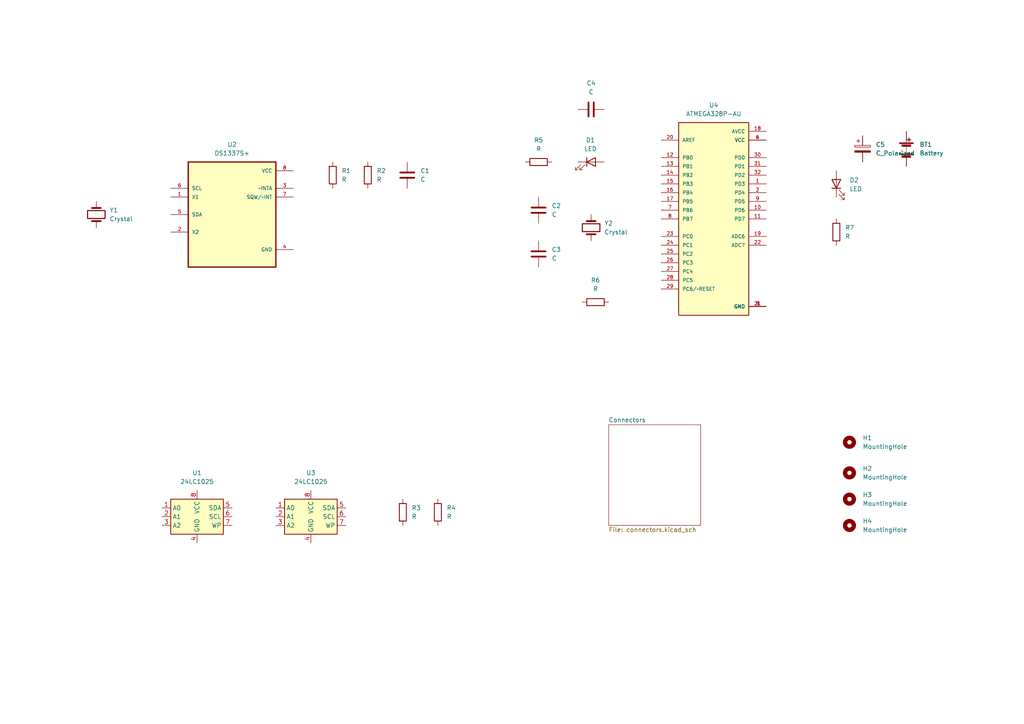
<source format=kicad_sch>
(kicad_sch (version 20210621) (generator eeschema)
  (paper "A4")
  (title_block (title "${project_name}") (date "2021-07-21") (rev "1"))
  (lib_symbols
    (symbol "ATMEGA328P-AU:ATMEGA328P-AU" (pin_names (offset 1.016))
      (property "Reference" "U" (at -10.1854 29.2608 0))
      (property "Value" "ATMEGA328P-AU" (at -10.16 -31.7754 0))
      (symbol "ATMEGA328P-AU_0_0"
        (rectangle (start -10.16 -27.94) (end 10.16 27.94) (stroke (width 0.254)) (fill (type background)))
        (pin bidirectional line (at 15.24 10.16 180) (length 5.08) (name "PD3") (number "1"))
        (pin bidirectional line (at 15.24 2.54 180) (length 5.08) (name "PD6") (number "10"))
        (pin bidirectional line (at 15.24 0 180) (length 5.08) (name "PD7") (number "11"))
        (pin bidirectional line (at -15.24 17.78 0) (length 5.08) (name "PB0") (number "12"))
        (pin bidirectional line (at -15.24 15.24 0) (length 5.08) (name "PB1") (number "13"))
        (pin bidirectional line (at -15.24 12.7 0) (length 5.08) (name "PB2") (number "14"))
        (pin bidirectional line (at -15.24 10.16 0) (length 5.08) (name "PB3") (number "15"))
        (pin bidirectional line (at -15.24 7.62 0) (length 5.08) (name "PB4") (number "16"))
        (pin bidirectional line (at -15.24 5.08 0) (length 5.08) (name "PB5") (number "17"))
        (pin power_in line (at 15.24 25.4 180) (length 5.08) (name "AVCC") (number "18"))
        (pin bidirectional line (at 15.24 -5.08 180) (length 5.08) (name "ADC6") (number "19"))
        (pin bidirectional line (at 15.24 7.62 180) (length 5.08) (name "PD4") (number "2"))
        (pin input line (at -15.24 22.86 0) (length 5.08) (name "AREF") (number "20"))
        (pin power_in line (at 15.24 -25.4 180) (length 5.08) (name "GND") (number "21"))
        (pin bidirectional line (at 15.24 -7.62 180) (length 5.08) (name "ADC7") (number "22"))
        (pin bidirectional line (at -15.24 -5.08 0) (length 5.08) (name "PC0") (number "23"))
        (pin bidirectional line (at -15.24 -7.62 0) (length 5.08) (name "PC1") (number "24"))
        (pin bidirectional line (at -15.24 -10.16 0) (length 5.08) (name "PC2") (number "25"))
        (pin bidirectional line (at -15.24 -12.7 0) (length 5.08) (name "PC3") (number "26"))
        (pin bidirectional line (at -15.24 -15.24 0) (length 5.08) (name "PC4") (number "27"))
        (pin bidirectional line (at -15.24 -17.78 0) (length 5.08) (name "PC5") (number "28"))
        (pin bidirectional line (at -15.24 -20.32 0) (length 5.08) (name "PC6/~RESET") (number "29"))
        (pin power_in line (at 15.24 -25.4 180) (length 5.08) (name "GND") (number "3"))
        (pin bidirectional line (at 15.24 17.78 180) (length 5.08) (name "PD0") (number "30"))
        (pin bidirectional line (at 15.24 15.24 180) (length 5.08) (name "PD1") (number "31"))
        (pin bidirectional line (at 15.24 12.7 180) (length 5.08) (name "PD2") (number "32"))
        (pin power_in line (at 15.24 22.86 180) (length 5.08) (name "VCC") (number "4"))
        (pin power_in line (at 15.24 -25.4 180) (length 5.08) (name "GND") (number "5"))
        (pin power_in line (at 15.24 22.86 180) (length 5.08) (name "VCC") (number "6"))
        (pin bidirectional line (at -15.24 2.54 0) (length 5.08) (name "PB6") (number "7"))
        (pin bidirectional line (at -15.24 0 0) (length 5.08) (name "PB7") (number "8"))
        (pin bidirectional line (at 15.24 5.08 180) (length 5.08) (name "PD5") (number "9"))
      )
    )
    (symbol "DS1337S_:DS1337S+" (pin_names (offset 1.016))
      (property "Reference" "U" (at -12.7 16.2306 0))
      (property "Value" "DS1337S+" (at -12.7 -19.2278 0))
      (symbol "DS1337S+_0_0"
        (rectangle (start -12.7 -15.24) (end 12.7 15.24) (stroke (width 0.4064)) (fill (type background)))
        (pin input line (at -17.78 5.08 0) (length 5.08) (name "X1") (number "1"))
        (pin bidirectional line (at -17.78 -5.08 0) (length 5.08) (name "X2") (number "2"))
        (pin output line (at 17.78 7.62 180) (length 5.08) (name "~INTA") (number "3"))
        (pin power_in line (at 17.78 -10.16 180) (length 5.08) (name "GND") (number "4"))
        (pin bidirectional line (at -17.78 0 0) (length 5.08) (name "SDA") (number "5"))
        (pin input line (at -17.78 7.62 0) (length 5.08) (name "SCL") (number "6"))
        (pin output line (at 17.78 5.08 180) (length 5.08) (name "SQW/~INT") (number "7"))
        (pin power_in line (at 17.78 12.7 180) (length 5.08) (name "VCC") (number "8"))
      )
    )
    (symbol "Device:Battery" (pin_numbers hide) (pin_names (offset 0) hide)
      (property "Reference" "BT" (at 2.54 2.54 0))
      (property "Value" "Battery" (at 2.54 0 0))
      (symbol "Battery_0_1"
        (rectangle (start -2.032 -1.397) (end 2.032 -1.651) (fill (type outline)))
        (rectangle (start -2.032 1.778) (end 2.032 1.524) (fill (type outline)))
        (rectangle (start -1.3208 -1.9812) (end 1.27 -2.4892) (fill (type outline)))
        (rectangle (start -1.3208 1.1938) (end 1.27 0.6858) (fill (type outline)))
        (polyline (pts (xy 0 -1.524) (xy 0 -1.27)))
        (polyline (pts (xy 0 -1.016) (xy 0 -0.762)))
        (polyline (pts (xy 0 -0.508) (xy 0 -0.254)))
        (polyline (pts (xy 0 0) (xy 0 0.254)))
        (polyline (pts (xy 0 0.508) (xy 0 0.762)))
        (polyline (pts (xy 0 1.778) (xy 0 2.54)))
        (polyline (pts (xy 0.254 2.667) (xy 1.27 2.667)) (stroke (width 0.254)))
        (polyline (pts (xy 0.762 3.175) (xy 0.762 2.159)) (stroke (width 0.254)))
      )
      (symbol "Battery_1_1"
        (pin passive line (at 0 5.08 270) (length 2.54) (name "+") (number "1"))
        (pin passive line (at 0 -5.08 90) (length 2.54) (name "-") (number "2"))
      )
    )
    (symbol "Device:C" (pin_numbers hide) (pin_names (offset 0.254))
      (property "Reference" "C" (at 0.635 2.54 0))
      (property "Value" "C" (at 0.635 -2.54 0))
      (symbol "C_0_1"
        (polyline (pts (xy -2.032 -0.762) (xy 2.032 -0.762)) (stroke (width 0.508)))
        (polyline (pts (xy -2.032 0.762) (xy 2.032 0.762)) (stroke (width 0.508)))
      )
      (symbol "C_1_1"
        (pin passive line (at 0 3.81 270) (length 2.794) (name "~") (number "1"))
        (pin passive line (at 0 -3.81 90) (length 2.794) (name "~") (number "2"))
      )
    )
    (symbol "Device:C_Polarized" (pin_numbers hide) (pin_names (offset 0.254))
      (property "Reference" "C" (at 0.635 2.54 0))
      (property "Value" "C_Polarized" (at 0.635 -2.54 0))
      (symbol "C_Polarized_0_1"
        (rectangle (start -2.286 0.508) (end 2.286 1.016))
        (rectangle (start 2.286 -0.508) (end -2.286 -1.016) (fill (type outline)))
        (polyline (pts (xy -1.778 2.286) (xy -0.762 2.286)))
        (polyline (pts (xy -1.27 2.794) (xy -1.27 1.778)))
      )
      (symbol "C_Polarized_1_1"
        (pin passive line (at 0 3.81 270) (length 2.794) (name "~") (number "1"))
        (pin passive line (at 0 -3.81 90) (length 2.794) (name "~") (number "2"))
      )
    )
    (symbol "Device:Crystal" (pin_numbers hide) (pin_names (offset 1.016) hide)
      (property "Reference" "Y" (at 0 3.81 0))
      (property "Value" "Crystal" (at 0 -3.81 0))
      (symbol "Crystal_0_1"
        (rectangle (start -1.143 2.54) (end 1.143 -2.54) (stroke (width 0.3048)))
        (polyline (pts (xy -2.54 0) (xy -1.905 0)))
        (polyline (pts (xy -1.905 -1.27) (xy -1.905 1.27)) (stroke (width 0.508)))
        (polyline (pts (xy 1.905 -1.27) (xy 1.905 1.27)) (stroke (width 0.508)))
        (polyline (pts (xy 2.54 0) (xy 1.905 0)))
      )
      (symbol "Crystal_1_1"
        (pin passive line (at -3.81 0 0) (length 1.27) (name "1") (number "1"))
        (pin passive line (at 3.81 0 180) (length 1.27) (name "2") (number "2"))
      )
    )
    (symbol "Device:LED" (pin_numbers hide) (pin_names (offset 1.016) hide)
      (property "Reference" "D" (at 0 2.54 0))
      (property "Value" "LED" (at 0 -2.54 0))
      (symbol "LED_0_1"
        (polyline (pts (xy -1.27 -1.27) (xy -1.27 1.27)) (stroke (width 0.254)))
        (polyline (pts (xy -1.27 0) (xy 1.27 0)))
        (polyline (pts (xy 1.27 -1.27) (xy 1.27 1.27) (xy -1.27 0) (xy 1.27 -1.27)) (stroke (width 0.254)))
        (polyline (pts (xy -3.048 -0.762) (xy -4.572 -2.286) (xy -3.81 -2.286) (xy -4.572 -2.286) (xy -4.572 -1.524)))
        (polyline (pts (xy -1.778 -0.762) (xy -3.302 -2.286) (xy -2.54 -2.286) (xy -3.302 -2.286) (xy -3.302 -1.524)))
      )
      (symbol "LED_1_1"
        (pin passive line (at -3.81 0 0) (length 2.54) (name "K") (number "1"))
        (pin passive line (at 3.81 0 180) (length 2.54) (name "A") (number "2"))
      )
    )
    (symbol "Device:R" (pin_numbers hide) (pin_names (offset 0))
      (property "Reference" "R" (at 2.032 0 90))
      (property "Value" "R" (at 0 0 90))
      (symbol "R_0_1"
        (rectangle (start -1.016 -2.54) (end 1.016 2.54) (stroke (width 0.254)))
      )
      (symbol "R_1_1"
        (pin passive line (at 0 3.81 270) (length 1.27) (name "~") (number "1"))
        (pin passive line (at 0 -3.81 90) (length 1.27) (name "~") (number "2"))
      )
    )
    (symbol "Mechanical:MountingHole" (pin_names (offset 1.016))
      (property "Reference" "H" (at 0 5.08 0))
      (property "Value" "MountingHole" (at 0 3.175 0))
      (symbol "MountingHole_0_1"
        (circle (center 0 0) (radius 1.27) (stroke (width 1.27)))
      )
    )
    (symbol "Memory_EEPROM:24LC1025"
      (property "Reference" "U" (at -6.35 6.35 0))
      (property "Value" "24LC1025" (at 1.27 6.35 0))
      (symbol "24LC1025_1_1"
        (rectangle (start -7.62 5.08) (end 7.62 -5.08) (stroke (width 0.254)) (fill (type background)))
        (pin input line (at -10.16 2.54 0) (length 2.54) (name "A0") (number "1"))
        (pin input line (at -10.16 0 0) (length 2.54) (name "A1") (number "2"))
        (pin input line (at -10.16 -2.54 0) (length 2.54) (name "A2") (number "3"))
        (pin power_in line (at 0 -7.62 90) (length 2.54) (name "GND") (number "4"))
        (pin bidirectional line (at 10.16 2.54 180) (length 2.54) (name "SDA") (number "5"))
        (pin input line (at 10.16 0 180) (length 2.54) (name "SCL") (number "6"))
        (pin input line (at 10.16 -2.54 180) (length 2.54) (name "WP") (number "7"))
        (pin power_in line (at 0 7.62 270) (length 2.54) (name "VCC") (number "8"))
      )
    )
  )
  (symbol (lib_id "Mechanical:MountingHole") (at 246.38 128.27 0) (unit 1)
    (property "Reference" "H1" (at 250.19 126.9999 0) (effects (justify left)))
    (property "Value" "MountingHole" (at 250.19 129.5399 0) (effects (justify left)))
  )
  (symbol (lib_id "Mechanical:MountingHole") (at 246.38 137.16 0) (unit 1)
    (property "Reference" "H2" (at 250.19 135.8899 0) (effects (justify left)))
    (property "Value" "MountingHole" (at 250.19 138.4299 0) (effects (justify left)))
  )
  (symbol (lib_id "Mechanical:MountingHole") (at 246.38 144.78 0) (unit 1)
    (property "Reference" "H3" (at 250.19 143.5099 0) (effects (justify left)))
    (property "Value" "MountingHole" (at 250.19 146.0499 0) (effects (justify left)))
  )
  (symbol (lib_id "Mechanical:MountingHole") (at 246.38 152.4 0) (unit 1)
    (property "Reference" "H4" (at 250.19 151.1299 0) (effects (justify left)))
    (property "Value" "MountingHole" (at 250.19 153.6699 0) (effects (justify left)))
  )
  (symbol (lib_id "Device:R") (at 96.52 50.8 0) (unit 1)
    (property "Reference" "R1" (at 99.06 49.5299 0) (effects (justify left)))
    (property "Value" "R" (at 99.06 52.0699 0) (effects (justify left)))
  )
  (symbol (lib_id "Device:R") (at 106.68 50.8 0) (unit 1)
    (property "Reference" "R2" (at 109.22 49.5299 0) (effects (justify left)))
    (property "Value" "R" (at 109.22 52.0699 0) (effects (justify left)))
  )
  (symbol (lib_id "Device:R") (at 116.84 148.59 0) (unit 1)
    (property "Reference" "R3" (at 119.38 147.3199 0) (effects (justify left)))
    (property "Value" "R" (at 119.38 149.8599 0) (effects (justify left)))
  )
  (symbol (lib_id "Device:R") (at 127 148.59 0) (unit 1)
    (property "Reference" "R4" (at 129.54 147.3199 0) (effects (justify left)))
    (property "Value" "R" (at 129.54 149.8599 0) (effects (justify left)))
  )
  (symbol (lib_id "Device:R") (at 156.21 46.99 90) (unit 1)
    (property "Reference" "R5" (at 156.21 40.64 90))
    (property "Value" "R" (at 156.21 43.18 90))
  )
  (symbol (lib_id "Device:R") (at 172.72 87.63 90) (unit 1)
    (property "Reference" "R6" (at 172.72 81.28 90))
    (property "Value" "R" (at 172.72 83.82 90))
  )
  (symbol (lib_id "Device:R") (at 242.57 67.31 0) (unit 1)
    (property "Reference" "R7" (at 245.11 66.0399 0) (effects (justify left)))
    (property "Value" "R" (at 245.11 68.5799 0) (effects (justify left)))
  )
  (symbol (lib_id "Device:LED") (at 171.45 46.99 0) (unit 1)
    (property "Reference" "D1" (at 171.2595 40.64 0))
    (property "Value" "LED" (at 171.2595 43.18 0))
  )
  (symbol (lib_id "Device:LED") (at 242.57 53.34 90) (unit 1)
    (property "Reference" "D2" (at 246.38 52.2604 90) (effects (justify right)))
    (property "Value" "LED" (at 246.38 54.8004 90) (effects (justify right)))
  )
  (symbol (lib_id "Device:C") (at 118.11 50.8 0) (unit 1)
    (property "Reference" "C1" (at 121.92 49.5299 0) (effects (justify left)))
    (property "Value" "C" (at 121.92 52.0699 0) (effects (justify left)))
  )
  (symbol (lib_id "Device:C") (at 156.21 60.96 0) (unit 1)
    (property "Reference" "C2" (at 160.02 59.6899 0) (effects (justify left)))
    (property "Value" "C" (at 160.02 62.2299 0) (effects (justify left)))
  )
  (symbol (lib_id "Device:C") (at 156.21 73.66 0) (unit 1)
    (property "Reference" "C3" (at 160.02 72.3899 0) (effects (justify left)))
    (property "Value" "C" (at 160.02 74.9299 0) (effects (justify left)))
  )
  (symbol (lib_id "Device:C") (at 171.45 31.75 90) (unit 1)
    (property "Reference" "C4" (at 171.45 24.13 90))
    (property "Value" "C" (at 171.45 26.67 90))
  )
  (symbol (lib_id "Device:C_Polarized") (at 250.19 43.18 0) (unit 1)
    (property "Reference" "C5" (at 254 41.9099 0) (effects (justify left)))
    (property "Value" "C_Polarized" (at 254 44.4499 0) (effects (justify left)))
  )
  (symbol (lib_id "Device:Battery") (at 262.89 43.18 0) (unit 1)
    (property "Reference" "BT1" (at 266.7 41.9099 0) (effects (justify left)))
    (property "Value" "Battery" (at 266.7 44.4499 0) (effects (justify left)))
  )
  (symbol (lib_id "Device:Crystal") (at 27.94 62.23 90) (unit 1)
    (property "Reference" "Y1" (at 31.75 60.9599 90) (effects (justify right)))
    (property "Value" "Crystal" (at 31.75 63.4999 90) (effects (justify right)))
  )
  (symbol (lib_id "Device:Crystal") (at 171.45 66.04 90) (unit 1)
    (property "Reference" "Y2" (at 175.26 64.7699 90) (effects (justify right)))
    (property "Value" "Crystal" (at 175.26 67.3099 90) (effects (justify right)))
  )
  (symbol (lib_id "Memory_EEPROM:24LC1025") (at 57.15 149.86 0) (unit 1)
    (property "Reference" "U1" (at 57.15 137.16 0))
    (property "Value" "24LC1025" (at 57.15 139.7 0))
    (property "Datasheet" "http://ww1.microchip.com/downloads/en/DeviceDoc/21941B.pdf" (effects hide))
  )
  (symbol (lib_id "Memory_EEPROM:24LC1025") (at 90.17 149.86 0) (unit 1)
    (property "Reference" "U3" (at 90.17 137.16 0))
    (property "Value" "24LC1025" (at 90.17 139.7 0))
    (property "Datasheet" "http://ww1.microchip.com/downloads/en/DeviceDoc/21941B.pdf" (effects hide))
  )
  (symbol (lib_id "DS1337S_:DS1337S+") (at 67.31 62.23 0) (unit 1)
    (property "Reference" "U2" (at 67.31 41.91 0))
    (property "Value" "DS1337S+" (at 67.31 44.45 0))
    (property "Footprint" "SOIC127P600X175-8N" (effects hide))
  )
  (symbol (lib_id "ATMEGA328P-AU:ATMEGA328P-AU") (at 207.01 63.5 0) (unit 1)
    (property "Reference" "U4" (at 207.01 30.48 0))
    (property "Value" "ATMEGA328P-AU" (at 207.01 33.02 0))
    (property "Footprint" "QFP80P900X900X120-32N" (effects hide))
    (property "MANUFACTURER" "Atmel" (effects hide))
  )
  (sheet (at 176.53 123.19) (size 26.67 29.21) (stroke (width 0.0006))
    (property "Sheet name" "Connectors" (at 176.53 122.5543 0) (effects (justify left bottom)))
    (property "Sheet file" "connectors.kicad_sch" (at 176.53 152.9087 0) (effects (justify left top)))
  )
)
</source>
